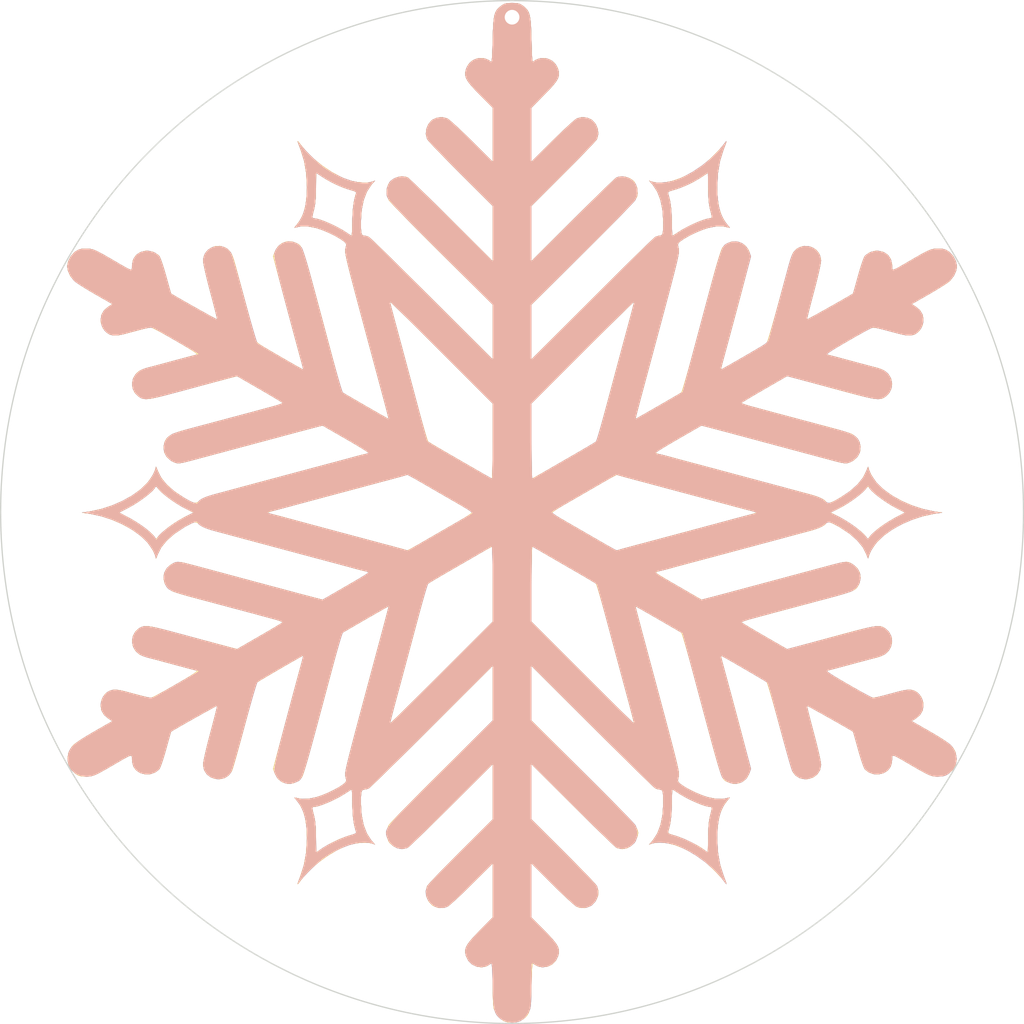
<source format=kicad_pcb>
(kicad_pcb (version 20221018) (generator pcbnew)
  (layers (0 "F.Cu" signal) (31 "B.Cu" signal) (34 "B.Paste" user) (35 "F.Paste" user) (36 "B.SilkS" user "B.Silkscreen") (37 "F.SilkS" user "F.Silkscreen") (38 "B.Mask" user) (39 "F.Mask" user) (44 "Edge.Cuts" user))
  (net 0 "")
  (footprint "library:snowflake01-copper" (layer "F.Cu") (at 100 100)
    (fp_text reference "G***" hide)
    (fp_text value "LOGO" hide)
  )
  (footprint "library:snowflake01" (layer "F.Cu") (at 100 100)
    (fp_text reference "G***" hide)
    (fp_text value "LOGO" hide)
  )
  (footprint "tom-mechanical:JLCPCB_ASSEMBLY_TOOL_HOLE" (layer "F.Cu") (at 100 61.2)
    (fp_text reference "REF**" hide)
    (fp_text value "JLCPCB_ASSEMBLY_TOOL_HOLE" hide)
  )
  (footprint "library:snowflake01-copper" (layer "B.Cu") (at 100 100 180)
    (fp_text reference "G***" hide)
    (fp_text value "LOGO" hide)
  )
  (footprint "library:snowflake01" (layer "B.Cu") (at 100 100 180)
    (fp_text reference "G***" hide)
    (fp_text value "LOGO" hide)
  )
  (gr_circle (center 100 100) (end 100.1 140.1) (stroke (width 0.1)) (fill none) (layer "Edge.Cuts"))
)
</source>
